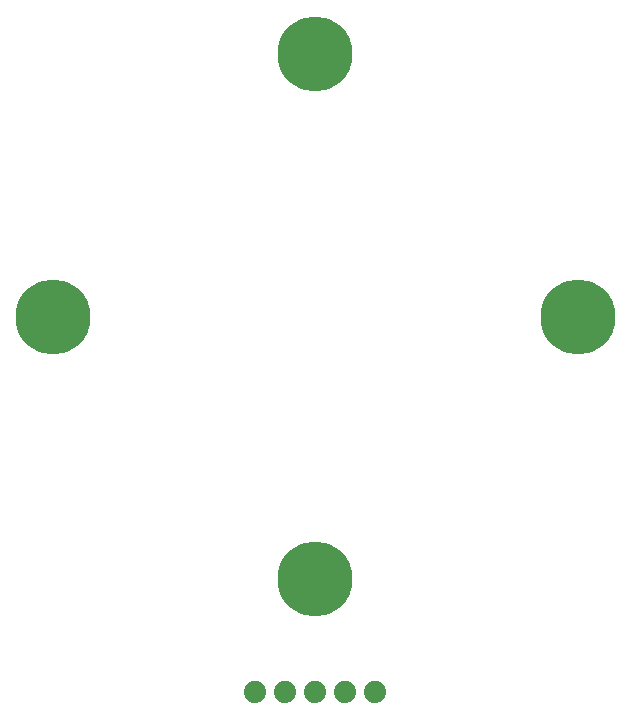
<source format=gbl>
G75*
%MOIN*%
%OFA0B0*%
%FSLAX25Y25*%
%IPPOS*%
%LPD*%
%AMOC8*
5,1,8,0,0,1.08239X$1,22.5*
%
%ADD10C,0.07400*%
%ADD11C,0.25000*%
D10*
X0166250Y0061250D03*
X0176250Y0061250D03*
X0186250Y0061250D03*
X0196250Y0061250D03*
X0206250Y0061250D03*
D11*
X0186250Y0098750D03*
X0098750Y0186250D03*
X0186250Y0273750D03*
X0273750Y0186250D03*
M02*

</source>
